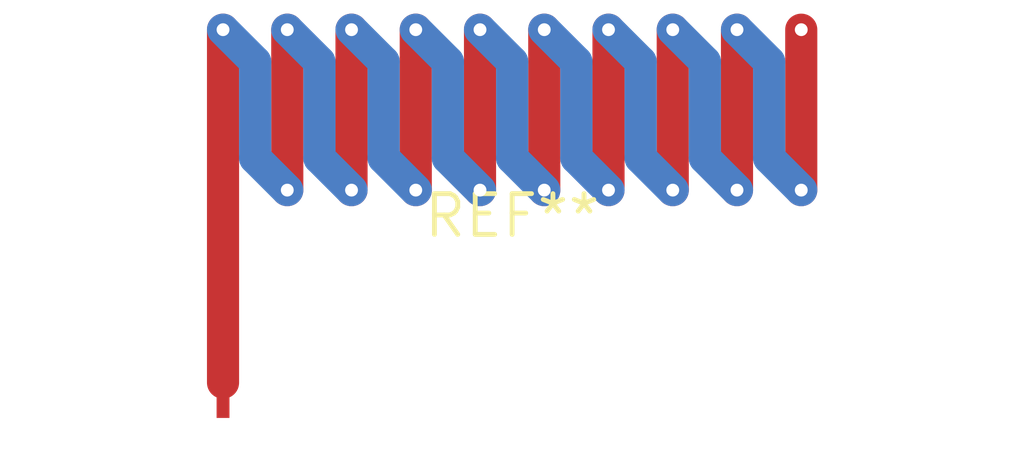
<source format=kicad_pcb>
(kicad_pcb (version 20240108) (generator pcbnew)
  (layers (0 "F.Cu" signal) (31 "B.Cu" signal) (34 "B.Paste" user) (35 "F.Paste" user) (36 "B.SilkS" user "B.Silkscreen") (37 "F.SilkS" user "F.Silkscreen") (38 "B.Mask" user) (39 "F.Mask" user) (44 "Edge.Cuts" user))
  (net 0 "")
  (footprint "Texas_SWRA416_868MHz_915MHz" (layer "F.Cu") (at 0 0)
    (property "Reference" "REF**")
    (property "Value" "Texas_SWRA416_868MHz_915MHz")
    (fp_line (start -9 5.2) (end -9 -5.8) (layer "F.Cu") (stroke (width 1)))
    (fp_line (start -7 -5.8) (end -7 -0.8) (layer "F.Cu") (stroke (width 1)))
    (fp_line (start -5 -5.8) (end -5 -0.8) (layer "F.Cu") (stroke (width 1)))
    (fp_line (start -3 -5.8) (end -3 -0.8) (layer "F.Cu") (stroke (width 1)))
    (fp_line (start -1 -5.8) (end -1 -0.8) (layer "F.Cu") (stroke (width 1)))
    (fp_line (start 1 -5.8) (end 1 -0.8) (layer "F.Cu") (stroke (width 1)))
    (fp_line (start 3 -5.8) (end 3 -0.8) (layer "F.Cu") (stroke (width 1)))
    (fp_line (start 5 -5.8) (end 5 -0.8) (layer "F.Cu") (stroke (width 1)))
    (fp_line (start 7 -5.8) (end 7 -0.8) (layer "F.Cu") (stroke (width 1)))
    (fp_line (start 9 -5.8) (end 9 -0.8) (layer "F.Cu") (stroke (width 1)))
    (fp_line (start -9 -5.8) (end -8 -4.8) (layer "B.Cu") (stroke (width 1)))
    (fp_line (start -8 -4.8) (end -8 -1.8) (layer "B.Cu") (stroke (width 1)))
    (fp_line (start -8 -1.8) (end -7 -0.8) (layer "B.Cu") (stroke (width 1)))
    (fp_line (start -7 -5.8) (end -6 -4.8) (layer "B.Cu") (stroke (width 1)))
    (fp_line (start -6 -4.8) (end -6 -1.8) (layer "B.Cu") (stroke (width 1)))
    (fp_line (start -6 -1.8) (end -5 -0.8) (layer "B.Cu") (stroke (width 1)))
    (fp_line (start -5 -5.8) (end -4 -4.8) (layer "B.Cu") (stroke (width 1)))
    (fp_line (start -4 -4.8) (end -4 -1.8) (layer "B.Cu") (stroke (width 1)))
    (fp_line (start -4 -1.8) (end -3 -0.8) (layer "B.Cu") (stroke (width 1)))
    (fp_line (start -3 -5.8) (end -2 -4.8) (layer "B.Cu") (stroke (width 1)))
    (fp_line (start -2 -4.8) (end -2 -1.8) (layer "B.Cu") (stroke (width 1)))
    (fp_line (start -2 -1.8) (end -1 -0.8) (layer "B.Cu") (stroke (width 1)))
    (fp_line (start -1 -5.8) (end 0 -4.8) (layer "B.Cu") (stroke (width 1)))
    (fp_line (start 0 -4.8) (end 0 -1.8) (layer "B.Cu") (stroke (width 1)))
    (fp_line (start 0 -1.8) (end 1 -0.8) (layer "B.Cu") (stroke (width 1)))
    (fp_line (start 1 -5.8) (end 2 -4.8) (layer "B.Cu") (stroke (width 1)))
    (fp_line (start 2 -4.8) (end 2 -1.8) (layer "B.Cu") (stroke (width 1)))
    (fp_line (start 2 -1.8) (end 3 -0.8) (layer "B.Cu") (stroke (width 1)))
    (fp_line (start 3 -5.8) (end 4 -4.8) (layer "B.Cu") (stroke (width 1)))
    (fp_line (start 4 -4.8) (end 4 -1.8) (layer "B.Cu") (stroke (width 1)))
    (fp_line (start 4 -1.8) (end 5 -0.8) (layer "B.Cu") (stroke (width 1)))
    (fp_line (start 5 -5.8) (end 6 -4.8) (layer "B.Cu") (stroke (width 1)))
    (fp_line (start 6 -4.8) (end 6 -1.8) (layer "B.Cu") (stroke (width 1)))
    (fp_line (start 6 -1.8) (end 7 -0.8) (layer "B.Cu") (stroke (width 1)))
    (fp_line (start 7 -5.8) (end 8 -4.8) (layer "B.Cu") (stroke (width 1)))
    (fp_line (start 8 -4.8) (end 8 -1.8) (layer "B.Cu") (stroke (width 1)))
    (fp_line (start 8 -1.8) (end 9 -0.8) (layer "B.Cu") (stroke (width 1)))
    (pad "" thru_hole circle (at -9 -5.8 180) (size 1 1) (drill 0.4) (layers *.Cu) (remove_unused_layers))
    (pad "" thru_hole circle (at -7 -5.8 180) (size 1 1) (drill 0.4) (layers *.Cu) (remove_unused_layers))
    (pad "" thru_hole circle (at -7 -0.8 180) (size 1 1) (drill 0.4) (layers *.Cu) (remove_unused_layers))
    (pad "" thru_hole circle (at -5 -5.8 180) (size 1 1) (drill 0.4) (layers *.Cu) (remove_unused_layers))
    (pad "" thru_hole circle (at -5 -0.8 180) (size 1 1) (drill 0.4) (layers *.Cu) (remove_unused_layers))
    (pad "" thru_hole circle (at -3 -5.8 180) (size 1 1) (drill 0.4) (layers *.Cu) (remove_unused_layers))
    (pad "" thru_hole circle (at -3 -0.8 180) (size 1 1) (drill 0.4) (layers *.Cu) (remove_unused_layers))
    (pad "" thru_hole circle (at -1 -5.8 180) (size 1 1) (drill 0.4) (layers *.Cu) (remove_unused_layers))
    (pad "" thru_hole circle (at -1 -0.8 180) (size 1 1) (drill 0.4) (layers *.Cu) (remove_unused_layers))
    (pad "" thru_hole circle (at 1 -5.8 180) (size 1 1) (drill 0.4) (layers *.Cu) (remove_unused_layers))
    (pad "" thru_hole circle (at 1 -0.8 180) (size 1 1) (drill 0.4) (layers *.Cu) (remove_unused_layers))
    (pad "" thru_hole circle (at 3 -5.8 180) (size 1 1) (drill 0.4) (layers *.Cu) (remove_unused_layers))
    (pad "" thru_hole circle (at 3 -0.8 180) (size 1 1) (drill 0.4) (layers *.Cu) (remove_unused_layers))
    (pad "" thru_hole circle (at 5 -5.8 180) (size 1 1) (drill 0.4) (layers *.Cu) (remove_unused_layers))
    (pad "" thru_hole circle (at 5 -0.8 180) (size 1 1) (drill 0.4) (layers *.Cu) (remove_unused_layers))
    (pad "" thru_hole circle (at 7 -5.8 180) (size 1 1) (drill 0.4) (layers *.Cu) (remove_unused_layers))
    (pad "" thru_hole circle (at 7 -0.8 180) (size 1 1) (drill 0.4) (layers *.Cu) (remove_unused_layers))
    (pad "" thru_hole circle (at 9 -5.8 180) (size 1 1) (drill 0.4) (layers *.Cu) (remove_unused_layers))
    (pad "" thru_hole circle (at 9 -0.8 180) (size 1 1) (drill 0.4) (layers *.Cu) (remove_unused_layers))
    (pad "1" smd trapezoid (at -9 5.9 180) (size 0.4 0.8) (layers "F.Cu"))
  )
)
</source>
